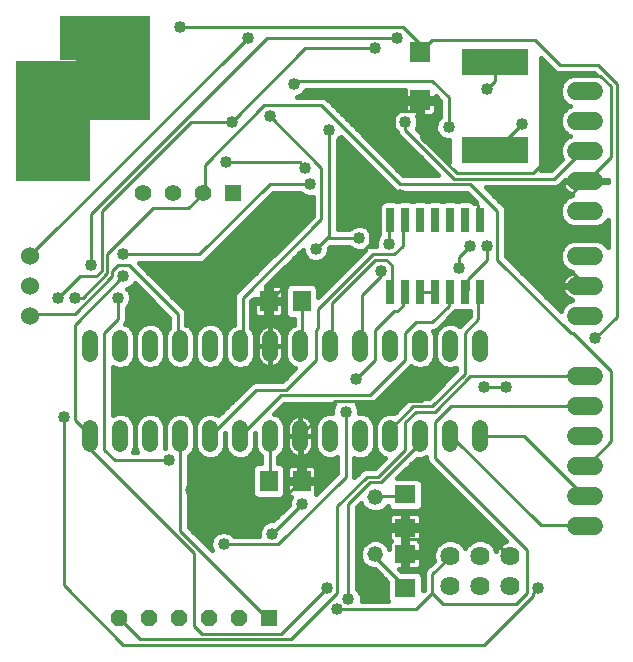
<source format=gbl>
G75*
%MOIN*%
%OFA0B0*%
%FSLAX25Y25*%
%IPPOS*%
%LPD*%
%AMOC8*
5,1,8,0,0,1.08239X$1,22.5*
%
%ADD10R,0.25000X0.40000*%
%ADD11R,0.10000X0.15000*%
%ADD12R,0.25000X0.35000*%
%ADD13R,0.07087X0.06299*%
%ADD14R,0.06299X0.07087*%
%ADD15C,0.05200*%
%ADD16R,0.02600X0.08000*%
%ADD17C,0.06000*%
%ADD18C,0.06400*%
%ADD19C,0.05200*%
%ADD20C,0.05937*%
%ADD21R,0.22047X0.09055*%
%ADD22R,0.06693X0.07087*%
%ADD23OC8,0.05543*%
%ADD24R,0.05543X0.05543*%
%ADD25C,0.05543*%
%ADD26C,0.06000*%
%ADD27C,0.01000*%
%ADD28C,0.04000*%
%ADD29C,0.01600*%
%ADD30R,0.03962X0.03962*%
D10*
X0039300Y0196800D03*
D11*
X0046800Y0224300D03*
D12*
X0059300Y0214300D03*
D13*
X0156800Y0072312D03*
X0156800Y0061288D03*
X0156800Y0052312D03*
X0156800Y0041288D03*
D14*
X0122312Y0076800D03*
X0111288Y0076800D03*
X0111288Y0136800D03*
X0122312Y0136800D03*
D15*
X0121800Y0124400D02*
X0121800Y0119200D01*
X0111800Y0119200D02*
X0111800Y0124400D01*
X0101800Y0124400D02*
X0101800Y0119200D01*
X0091800Y0119200D02*
X0091800Y0124400D01*
X0081800Y0124400D02*
X0081800Y0119200D01*
X0071800Y0119200D02*
X0071800Y0124400D01*
X0061800Y0124400D02*
X0061800Y0119200D01*
X0051800Y0119200D02*
X0051800Y0124400D01*
X0051800Y0094400D02*
X0051800Y0089200D01*
X0061800Y0089200D02*
X0061800Y0094400D01*
X0071800Y0094400D02*
X0071800Y0089200D01*
X0081800Y0089200D02*
X0081800Y0094400D01*
X0091800Y0094400D02*
X0091800Y0089200D01*
X0101800Y0089200D02*
X0101800Y0094400D01*
X0111800Y0094400D02*
X0111800Y0089200D01*
X0121800Y0089200D02*
X0121800Y0094400D01*
X0131800Y0094400D02*
X0131800Y0089200D01*
X0141800Y0089200D02*
X0141800Y0094400D01*
X0151800Y0094400D02*
X0151800Y0089200D01*
X0161800Y0089200D02*
X0161800Y0094400D01*
X0171800Y0094400D02*
X0171800Y0089200D01*
X0181800Y0089200D02*
X0181800Y0094400D01*
X0181800Y0119200D02*
X0181800Y0124400D01*
X0171800Y0124400D02*
X0171800Y0119200D01*
X0161800Y0119200D02*
X0161800Y0124400D01*
X0151800Y0124400D02*
X0151800Y0119200D01*
X0141800Y0119200D02*
X0141800Y0124400D01*
X0131800Y0124400D02*
X0131800Y0119200D01*
D16*
X0151800Y0139700D03*
X0156800Y0139700D03*
X0161800Y0139700D03*
X0166800Y0139700D03*
X0171800Y0139700D03*
X0176800Y0139700D03*
X0181800Y0139700D03*
X0181800Y0163900D03*
X0176800Y0163900D03*
X0171800Y0163900D03*
X0166800Y0163900D03*
X0161800Y0163900D03*
X0156800Y0163900D03*
X0151800Y0163900D03*
D17*
X0213800Y0166800D02*
X0219800Y0166800D01*
X0219800Y0176800D02*
X0213800Y0176800D01*
X0213800Y0186800D02*
X0219800Y0186800D01*
X0219800Y0196800D02*
X0213800Y0196800D01*
X0213800Y0206800D02*
X0219800Y0206800D01*
X0219800Y0151800D02*
X0213800Y0151800D01*
X0213800Y0141800D02*
X0219800Y0141800D01*
X0219800Y0131800D02*
X0213800Y0131800D01*
D18*
X0191800Y0051800D03*
X0191800Y0041800D03*
X0181800Y0041800D03*
X0181800Y0051800D03*
X0171800Y0051800D03*
X0171800Y0041800D03*
D19*
X0146800Y0052300D03*
X0146800Y0071300D03*
D20*
X0213831Y0071800D02*
X0219769Y0071800D01*
X0219769Y0061800D02*
X0213831Y0061800D01*
X0213831Y0081800D02*
X0219769Y0081800D01*
X0219769Y0091800D02*
X0213831Y0091800D01*
X0213831Y0101800D02*
X0219769Y0101800D01*
X0219769Y0111800D02*
X0213831Y0111800D01*
D21*
X0186800Y0187233D03*
X0186800Y0216367D03*
D22*
X0161800Y0219871D03*
X0161800Y0203729D03*
D23*
X0101488Y0031133D03*
X0091488Y0031133D03*
X0081488Y0031133D03*
X0071488Y0031133D03*
X0061488Y0031133D03*
D24*
X0111488Y0031133D03*
X0099359Y0172863D03*
D25*
X0089359Y0172863D03*
X0079359Y0172863D03*
X0069359Y0172863D03*
D26*
X0031800Y0151800D03*
X0031800Y0141800D03*
X0031800Y0131800D03*
D27*
X0043003Y0042099D02*
X0062881Y0022221D01*
X0183052Y0022221D01*
X0199316Y0038485D01*
X0199316Y0039389D01*
X0201123Y0041196D01*
X0197509Y0039389D02*
X0193894Y0035774D01*
X0169499Y0035774D01*
X0165885Y0039389D01*
X0160463Y0033967D01*
X0134261Y0033967D01*
X0137875Y0037581D02*
X0137875Y0069206D01*
X0145103Y0076434D01*
X0148717Y0076434D01*
X0161367Y0089083D01*
X0161367Y0091794D01*
X0161800Y0091800D01*
X0156849Y0096312D02*
X0156849Y0087276D01*
X0147814Y0078241D01*
X0144200Y0078241D01*
X0134261Y0068302D01*
X0134261Y0039389D01*
X0118900Y0024028D01*
X0068302Y0024028D01*
X0061977Y0030353D01*
X0061488Y0031133D01*
X0043003Y0042099D02*
X0043003Y0098119D01*
X0046617Y0097215D02*
X0051135Y0092698D01*
X0051800Y0091800D01*
X0052038Y0091794D01*
X0052038Y0087276D01*
X0086373Y0052942D01*
X0086373Y0028546D01*
X0089083Y0025835D01*
X0115286Y0025835D01*
X0130646Y0041196D01*
X0146007Y0052038D02*
X0146800Y0052300D01*
X0146007Y0052038D02*
X0155946Y0042099D01*
X0156800Y0041288D01*
X0165885Y0039389D02*
X0165885Y0045713D01*
X0171306Y0051135D01*
X0171800Y0051800D01*
X0185763Y0057459D02*
X0191184Y0052038D01*
X0191800Y0051800D01*
X0197509Y0053845D02*
X0197509Y0039389D01*
X0197509Y0053845D02*
X0166788Y0084566D01*
X0166788Y0096312D01*
X0172209Y0101733D01*
X0216483Y0101733D01*
X0216800Y0101800D01*
X0216483Y0111672D02*
X0216800Y0111800D01*
X0216483Y0111672D02*
X0178534Y0111672D01*
X0166788Y0099926D01*
X0160463Y0099926D01*
X0156849Y0096312D01*
X0152331Y0094505D02*
X0152331Y0092698D01*
X0151800Y0091800D01*
X0152331Y0094505D02*
X0159560Y0101733D01*
X0165885Y0101733D01*
X0176727Y0112576D01*
X0176727Y0126129D01*
X0181245Y0130646D01*
X0181245Y0139682D01*
X0181800Y0139700D01*
X0177631Y0140585D02*
X0176800Y0139700D01*
X0177631Y0140585D02*
X0177631Y0144200D01*
X0183956Y0150524D01*
X0183956Y0155042D01*
X0178534Y0155042D02*
X0174920Y0151428D01*
X0174920Y0147814D01*
X0171800Y0139700D02*
X0171306Y0139682D01*
X0171306Y0135164D01*
X0165885Y0129743D01*
X0160463Y0129743D01*
X0156849Y0126129D01*
X0156849Y0117093D01*
X0145103Y0105347D01*
X0115286Y0105347D01*
X0102637Y0092698D01*
X0101800Y0091800D01*
X0111672Y0091794D02*
X0111800Y0091800D01*
X0111672Y0091794D02*
X0111672Y0077337D01*
X0111288Y0076800D01*
X0116190Y0071013D02*
X0088180Y0071013D01*
X0085469Y0073723D01*
X0078241Y0083662D02*
X0060170Y0083662D01*
X0056556Y0087276D01*
X0056556Y0126129D01*
X0061074Y0130646D01*
X0061074Y0137875D01*
X0062881Y0145103D02*
X0046617Y0128839D01*
X0046617Y0097215D01*
X0031800Y0131800D02*
X0032160Y0132454D01*
X0046617Y0132454D01*
X0059267Y0145103D01*
X0059267Y0146910D01*
X0061074Y0148717D01*
X0064688Y0148717D01*
X0080952Y0132454D01*
X0080952Y0122515D01*
X0081800Y0121800D01*
X0101800Y0121800D02*
X0102637Y0122515D01*
X0102637Y0137875D01*
X0128839Y0164078D01*
X0128839Y0181245D01*
X0111672Y0198412D01*
X0109865Y0202026D02*
X0089987Y0182148D01*
X0089987Y0173113D01*
X0089359Y0172863D01*
X0089083Y0172209D01*
X0084566Y0167692D01*
X0072820Y0167692D01*
X0057459Y0152331D01*
X0057459Y0146007D01*
X0049328Y0137875D01*
X0046617Y0137875D01*
X0041196Y0137875D02*
X0048424Y0145103D01*
X0053845Y0145103D01*
X0055652Y0146910D01*
X0055652Y0166788D01*
X0085469Y0196605D01*
X0099022Y0196605D01*
X0123418Y0221001D01*
X0146910Y0221001D01*
X0154139Y0224615D02*
X0110769Y0224615D01*
X0052038Y0165885D01*
X0052038Y0148717D01*
X0062881Y0152331D02*
X0088180Y0152331D01*
X0111672Y0175824D01*
X0125225Y0175824D01*
X0123418Y0181245D02*
X0121611Y0183052D01*
X0097215Y0183052D01*
X0109865Y0202026D02*
X0128839Y0202026D01*
X0155042Y0175824D01*
X0178534Y0175824D01*
X0187570Y0166788D01*
X0187570Y0150524D01*
X0211965Y0126129D01*
X0212869Y0126129D01*
X0225519Y0113479D01*
X0225519Y0089987D01*
X0217387Y0081855D01*
X0216800Y0081800D01*
X0216483Y0071916D02*
X0216800Y0071800D01*
X0216483Y0071916D02*
X0196605Y0091794D01*
X0182148Y0091794D01*
X0181800Y0091800D01*
X0172209Y0091794D02*
X0171800Y0091800D01*
X0172209Y0091794D02*
X0202026Y0061977D01*
X0216483Y0061977D01*
X0216800Y0061800D01*
X0185763Y0057459D02*
X0156849Y0057459D01*
X0156849Y0052942D01*
X0156800Y0052312D01*
X0156849Y0057459D02*
X0156849Y0061074D01*
X0156800Y0061288D01*
X0155946Y0071916D02*
X0146910Y0071916D01*
X0146800Y0071300D01*
X0155946Y0071916D02*
X0156800Y0072312D01*
X0136971Y0078241D02*
X0136971Y0099926D01*
X0133357Y0103540D02*
X0162270Y0103540D01*
X0165885Y0107154D01*
X0183052Y0108058D02*
X0190280Y0108058D01*
X0220097Y0124322D02*
X0227326Y0131550D01*
X0227326Y0209255D01*
X0221001Y0215580D01*
X0208351Y0215580D01*
X0200219Y0223711D01*
X0165885Y0223711D01*
X0163174Y0221001D01*
X0161800Y0219871D01*
X0162270Y0220097D01*
X0163174Y0221001D01*
X0155946Y0228229D01*
X0081855Y0228229D01*
X0104444Y0224615D02*
X0032160Y0152331D01*
X0031800Y0151800D01*
X0081800Y0091800D02*
X0081855Y0091794D01*
X0081855Y0060170D01*
X0110769Y0031257D01*
X0111488Y0031133D01*
X0114383Y0055652D02*
X0096312Y0055652D01*
X0112576Y0059267D02*
X0122515Y0069206D01*
X0116190Y0071013D02*
X0121611Y0076434D01*
X0122312Y0076800D01*
X0122515Y0077337D01*
X0122515Y0091794D01*
X0121800Y0091800D01*
X0122515Y0092698D01*
X0133357Y0103540D01*
X0140585Y0110769D02*
X0146910Y0117093D01*
X0146910Y0127032D01*
X0153235Y0133357D01*
X0154139Y0133357D01*
X0155946Y0135164D01*
X0155946Y0139682D01*
X0156800Y0139700D01*
X0152331Y0140585D02*
X0151800Y0139700D01*
X0152331Y0140585D02*
X0152331Y0148717D01*
X0150524Y0150524D01*
X0146910Y0150524D01*
X0132454Y0136068D01*
X0132454Y0122515D01*
X0131800Y0121800D01*
X0127032Y0117093D02*
X0117093Y0107154D01*
X0107154Y0107154D01*
X0091800Y0091800D01*
X0111800Y0121800D02*
X0111672Y0122515D01*
X0111672Y0136068D01*
X0111288Y0136800D01*
X0111672Y0136971D01*
X0117997Y0143296D01*
X0132454Y0143296D01*
X0145103Y0155946D01*
X0145103Y0165885D01*
X0149621Y0170402D01*
X0155042Y0170402D01*
X0155042Y0172209D01*
X0155042Y0170402D02*
X0179438Y0170402D01*
X0181245Y0168595D01*
X0181245Y0164078D01*
X0181800Y0163900D01*
X0173113Y0177631D02*
X0206544Y0177631D01*
X0216483Y0187570D01*
X0216800Y0186800D01*
X0225519Y0184859D02*
X0217387Y0176727D01*
X0216800Y0176800D01*
X0216483Y0176727D01*
X0208351Y0168595D01*
X0208351Y0149621D01*
X0211965Y0146007D01*
X0212869Y0146007D01*
X0216483Y0142393D01*
X0216800Y0141800D01*
X0199316Y0179438D02*
X0208351Y0188473D01*
X0208351Y0209255D01*
X0211062Y0211965D01*
X0221904Y0211965D01*
X0225519Y0208351D01*
X0225519Y0184859D01*
X0199316Y0179438D02*
X0174017Y0179438D01*
X0162270Y0191184D01*
X0162270Y0200219D01*
X0161800Y0203729D01*
X0162270Y0202930D01*
X0162270Y0200219D01*
X0155042Y0200219D01*
X0153235Y0198412D01*
X0153235Y0183052D01*
X0155042Y0181245D01*
X0156849Y0193894D02*
X0173113Y0177631D01*
X0186800Y0187233D02*
X0187570Y0187570D01*
X0195702Y0195702D01*
X0183956Y0207448D02*
X0186666Y0210158D01*
X0186666Y0215580D01*
X0186800Y0216367D01*
X0171306Y0204737D02*
X0165885Y0210158D01*
X0120707Y0210158D01*
X0119804Y0209255D01*
X0131550Y0193894D02*
X0131550Y0158656D01*
X0130646Y0157753D01*
X0141489Y0157753D01*
X0146007Y0152331D02*
X0127936Y0134261D01*
X0127936Y0127936D01*
X0127032Y0127032D01*
X0127032Y0117093D01*
X0121800Y0121800D02*
X0122515Y0122515D01*
X0122515Y0136068D01*
X0122312Y0136800D01*
X0127032Y0154139D02*
X0130646Y0157753D01*
X0146007Y0152331D02*
X0153235Y0152331D01*
X0155946Y0155042D01*
X0155946Y0163174D01*
X0156800Y0163900D01*
X0151800Y0163900D02*
X0151428Y0163174D01*
X0151428Y0155946D01*
X0148717Y0146910D02*
X0148717Y0145103D01*
X0142393Y0138778D01*
X0142393Y0122515D01*
X0141800Y0121800D01*
X0161800Y0139700D02*
X0162270Y0139682D01*
X0166788Y0139682D01*
X0166800Y0139700D01*
X0156849Y0193894D02*
X0156849Y0196605D01*
X0171306Y0194798D02*
X0171306Y0204737D01*
X0136971Y0078241D02*
X0114383Y0055652D01*
D28*
X0112576Y0059267D03*
X0122515Y0069206D03*
X0130646Y0041196D03*
X0134261Y0033967D03*
X0137875Y0037581D03*
X0096312Y0055652D03*
X0085469Y0073723D03*
X0078241Y0083662D03*
X0043003Y0098119D03*
X0041196Y0137875D03*
X0046617Y0137875D03*
X0052038Y0148717D03*
X0061074Y0137875D03*
X0062881Y0145103D03*
X0062881Y0152331D03*
X0097215Y0183052D03*
X0099022Y0196605D03*
X0111672Y0198412D03*
X0119804Y0209255D03*
X0131550Y0193894D03*
X0123418Y0181245D03*
X0125225Y0175824D03*
X0141489Y0157753D03*
X0151428Y0155946D03*
X0148717Y0146910D03*
X0127032Y0154139D03*
X0155042Y0172209D03*
X0155042Y0181245D03*
X0156849Y0196605D03*
X0171306Y0194798D03*
X0183956Y0207448D03*
X0195702Y0195702D03*
X0183956Y0155042D03*
X0178534Y0155042D03*
X0174920Y0147814D03*
X0140585Y0110769D03*
X0136971Y0099926D03*
X0165885Y0107154D03*
X0183052Y0108058D03*
X0190280Y0108058D03*
X0220097Y0124322D03*
X0201123Y0041196D03*
X0146910Y0221001D03*
X0154139Y0224615D03*
X0104444Y0224615D03*
X0081855Y0228229D03*
D29*
X0120852Y0204926D02*
X0122296Y0205525D01*
X0123534Y0206762D01*
X0123739Y0207258D01*
X0156654Y0207258D01*
X0156654Y0204529D01*
X0161000Y0204529D01*
X0161000Y0202929D01*
X0162600Y0202929D01*
X0162600Y0198386D01*
X0165383Y0198386D01*
X0165841Y0198508D01*
X0166252Y0198745D01*
X0166587Y0199081D01*
X0166824Y0199491D01*
X0166946Y0199949D01*
X0166946Y0202929D01*
X0162600Y0202929D01*
X0162600Y0204529D01*
X0166946Y0204529D01*
X0166946Y0204995D01*
X0168406Y0203536D01*
X0168406Y0198121D01*
X0167576Y0197290D01*
X0166906Y0195673D01*
X0166906Y0193923D01*
X0167576Y0192306D01*
X0168813Y0191068D01*
X0170431Y0190398D01*
X0171602Y0190398D01*
X0171602Y0183243D01*
X0160624Y0194221D01*
X0161249Y0195730D01*
X0161249Y0197480D01*
X0160874Y0198386D01*
X0161000Y0198386D01*
X0161000Y0202929D01*
X0156654Y0202929D01*
X0156654Y0201005D01*
X0155974Y0201005D01*
X0154357Y0200335D01*
X0153119Y0199098D01*
X0152449Y0197480D01*
X0152449Y0195730D01*
X0153119Y0194113D01*
X0153974Y0193258D01*
X0154391Y0192252D01*
X0167919Y0178724D01*
X0156243Y0178724D01*
X0131298Y0203669D01*
X0130482Y0204485D01*
X0129416Y0204926D01*
X0120852Y0204926D01*
X0122054Y0205424D02*
X0156654Y0205424D01*
X0156654Y0207023D02*
X0123642Y0207023D01*
X0131141Y0203826D02*
X0161000Y0203826D01*
X0161000Y0202227D02*
X0162600Y0202227D01*
X0162600Y0200629D02*
X0161000Y0200629D01*
X0161000Y0199030D02*
X0162600Y0199030D01*
X0161249Y0197432D02*
X0167717Y0197432D01*
X0168406Y0199030D02*
X0166537Y0199030D01*
X0166946Y0200629D02*
X0168406Y0200629D01*
X0168406Y0202227D02*
X0166946Y0202227D01*
X0168116Y0203826D02*
X0162600Y0203826D01*
X0156654Y0202227D02*
X0132740Y0202227D01*
X0134338Y0200629D02*
X0155066Y0200629D01*
X0153091Y0199030D02*
X0135937Y0199030D01*
X0137535Y0197432D02*
X0152449Y0197432D01*
X0152449Y0195833D02*
X0139134Y0195833D01*
X0140732Y0194235D02*
X0153069Y0194235D01*
X0154231Y0192636D02*
X0142331Y0192636D01*
X0143929Y0191038D02*
X0155605Y0191038D01*
X0157203Y0189439D02*
X0145528Y0189439D01*
X0147126Y0187841D02*
X0158802Y0187841D01*
X0160400Y0186242D02*
X0148725Y0186242D01*
X0150323Y0184644D02*
X0161999Y0184644D01*
X0163597Y0183045D02*
X0151922Y0183045D01*
X0153520Y0181447D02*
X0165196Y0181447D01*
X0166794Y0179848D02*
X0155119Y0179848D01*
X0151712Y0175053D02*
X0134450Y0175053D01*
X0134450Y0176651D02*
X0150113Y0176651D01*
X0148515Y0178250D02*
X0134450Y0178250D01*
X0134450Y0179848D02*
X0146916Y0179848D01*
X0145318Y0181447D02*
X0134450Y0181447D01*
X0134450Y0183045D02*
X0143719Y0183045D01*
X0142121Y0184644D02*
X0134450Y0184644D01*
X0134450Y0186242D02*
X0140522Y0186242D01*
X0138924Y0187841D02*
X0134450Y0187841D01*
X0134450Y0189439D02*
X0137325Y0189439D01*
X0135727Y0191038D02*
X0134916Y0191038D01*
X0135280Y0191402D02*
X0135304Y0191460D01*
X0153399Y0173365D01*
X0154465Y0172924D01*
X0177333Y0172924D01*
X0180557Y0169700D01*
X0180263Y0169700D01*
X0179814Y0169580D01*
X0179459Y0169935D01*
X0178577Y0170300D01*
X0175023Y0170300D01*
X0174300Y0170001D01*
X0173577Y0170300D01*
X0170023Y0170300D01*
X0169300Y0170001D01*
X0168577Y0170300D01*
X0165023Y0170300D01*
X0164300Y0170001D01*
X0163577Y0170300D01*
X0160023Y0170300D01*
X0159300Y0170001D01*
X0158577Y0170300D01*
X0155023Y0170300D01*
X0154300Y0170001D01*
X0153577Y0170300D01*
X0150023Y0170300D01*
X0149141Y0169935D01*
X0148465Y0169259D01*
X0148100Y0168377D01*
X0148100Y0159423D01*
X0148271Y0159011D01*
X0147698Y0158438D01*
X0147028Y0156821D01*
X0147028Y0155231D01*
X0145430Y0155231D01*
X0145021Y0155062D01*
X0145219Y0155260D01*
X0145889Y0156878D01*
X0145889Y0158628D01*
X0145219Y0160245D01*
X0143981Y0161483D01*
X0142364Y0162153D01*
X0140614Y0162153D01*
X0138997Y0161483D01*
X0138166Y0160653D01*
X0134450Y0160653D01*
X0134450Y0190572D01*
X0135280Y0191402D01*
X0134450Y0173454D02*
X0153310Y0173454D01*
X0153681Y0170257D02*
X0154919Y0170257D01*
X0158681Y0170257D02*
X0159919Y0170257D01*
X0163681Y0170257D02*
X0164919Y0170257D01*
X0168681Y0170257D02*
X0169919Y0170257D01*
X0173681Y0170257D02*
X0174919Y0170257D01*
X0178681Y0170257D02*
X0180000Y0170257D01*
X0178401Y0171856D02*
X0134450Y0171856D01*
X0134450Y0170257D02*
X0149919Y0170257D01*
X0148216Y0168659D02*
X0134450Y0168659D01*
X0134450Y0167060D02*
X0148100Y0167060D01*
X0148100Y0165462D02*
X0134450Y0165462D01*
X0134450Y0163863D02*
X0148100Y0163863D01*
X0148100Y0162265D02*
X0134450Y0162265D01*
X0134450Y0160666D02*
X0138180Y0160666D01*
X0138166Y0154853D02*
X0131848Y0154853D01*
X0131432Y0154437D01*
X0131432Y0153263D01*
X0130762Y0151646D01*
X0129525Y0150408D01*
X0127907Y0149739D01*
X0126157Y0149739D01*
X0124540Y0150408D01*
X0123302Y0151646D01*
X0122632Y0153263D01*
X0122632Y0153769D01*
X0110513Y0141650D01*
X0110513Y0137575D01*
X0110513Y0136025D01*
X0106339Y0136025D01*
X0106339Y0133020D01*
X0106461Y0132562D01*
X0106698Y0132151D01*
X0107033Y0131816D01*
X0107444Y0131579D01*
X0107902Y0131457D01*
X0110513Y0131457D01*
X0110513Y0136025D01*
X0112063Y0136025D01*
X0112063Y0131457D01*
X0114675Y0131457D01*
X0115133Y0131579D01*
X0115543Y0131816D01*
X0115878Y0132151D01*
X0116115Y0132562D01*
X0116238Y0133020D01*
X0116238Y0136025D01*
X0112063Y0136025D01*
X0112063Y0137575D01*
X0110513Y0137575D01*
X0106438Y0137575D01*
X0105537Y0136674D01*
X0105537Y0127734D01*
X0106039Y0127232D01*
X0106800Y0125395D01*
X0106800Y0118205D01*
X0106039Y0116368D01*
X0104632Y0114961D01*
X0102795Y0114200D01*
X0100805Y0114200D01*
X0098968Y0114961D01*
X0097561Y0116368D01*
X0096800Y0118205D01*
X0096800Y0125395D01*
X0096039Y0127232D01*
X0094632Y0128639D01*
X0092795Y0129400D01*
X0090805Y0129400D01*
X0088968Y0128639D01*
X0087561Y0127232D01*
X0086800Y0125395D01*
X0086800Y0118205D01*
X0087561Y0116368D01*
X0088968Y0114961D01*
X0090805Y0114200D01*
X0092795Y0114200D01*
X0094632Y0114961D01*
X0096039Y0116368D01*
X0096800Y0118205D01*
X0096800Y0125395D01*
X0097561Y0127232D01*
X0098968Y0128639D01*
X0099737Y0128957D01*
X0099737Y0138452D01*
X0100178Y0139518D01*
X0100994Y0140333D01*
X0125939Y0165279D01*
X0125939Y0171424D01*
X0124350Y0171424D01*
X0122733Y0172093D01*
X0121903Y0172924D01*
X0112873Y0172924D01*
X0090638Y0150689D01*
X0089823Y0149873D01*
X0088757Y0149431D01*
X0068075Y0149431D01*
X0083410Y0134096D01*
X0083852Y0133030D01*
X0083852Y0128962D01*
X0084632Y0128639D01*
X0086039Y0127232D01*
X0086800Y0125395D01*
X0086800Y0118205D01*
X0086039Y0116368D01*
X0084632Y0114961D01*
X0082795Y0114200D01*
X0080805Y0114200D01*
X0078968Y0114961D01*
X0077561Y0116368D01*
X0076800Y0118205D01*
X0076800Y0125395D01*
X0076039Y0127232D01*
X0074632Y0128639D01*
X0072795Y0129400D01*
X0070805Y0129400D01*
X0068968Y0128639D01*
X0067561Y0127232D01*
X0066800Y0125395D01*
X0066800Y0118205D01*
X0067561Y0116368D01*
X0068968Y0114961D01*
X0070805Y0114200D01*
X0072795Y0114200D01*
X0074632Y0114961D01*
X0076039Y0116368D01*
X0076800Y0118205D01*
X0076800Y0125395D01*
X0077561Y0127232D01*
X0078052Y0127723D01*
X0078052Y0131252D01*
X0066635Y0142669D01*
X0066611Y0142611D01*
X0065373Y0141373D01*
X0064259Y0140912D01*
X0064804Y0140367D01*
X0065474Y0138750D01*
X0065474Y0137000D01*
X0064804Y0135382D01*
X0063974Y0134552D01*
X0063974Y0130070D01*
X0063564Y0129081D01*
X0064632Y0128639D01*
X0066039Y0127232D01*
X0066800Y0125395D01*
X0066800Y0118205D01*
X0066039Y0116368D01*
X0064632Y0114961D01*
X0062795Y0114200D01*
X0060805Y0114200D01*
X0059456Y0114759D01*
X0059456Y0098841D01*
X0060805Y0099400D01*
X0062795Y0099400D01*
X0064632Y0098639D01*
X0066039Y0097232D01*
X0066800Y0095395D01*
X0066800Y0088205D01*
X0066119Y0086562D01*
X0067481Y0086562D01*
X0066800Y0088205D01*
X0066800Y0095395D01*
X0067561Y0097232D01*
X0068968Y0098639D01*
X0070805Y0099400D01*
X0072795Y0099400D01*
X0074632Y0098639D01*
X0076039Y0097232D01*
X0076800Y0095395D01*
X0076800Y0088205D01*
X0076611Y0087750D01*
X0076933Y0087883D01*
X0076800Y0088205D01*
X0076800Y0095395D01*
X0077561Y0097232D01*
X0078968Y0098639D01*
X0080805Y0099400D01*
X0082795Y0099400D01*
X0084632Y0098639D01*
X0086039Y0097232D01*
X0086800Y0095395D01*
X0086800Y0088205D01*
X0086039Y0086368D01*
X0084755Y0085084D01*
X0084755Y0061371D01*
X0092310Y0053817D01*
X0091912Y0054777D01*
X0091912Y0056528D01*
X0092582Y0058145D01*
X0093819Y0059382D01*
X0095437Y0060052D01*
X0097187Y0060052D01*
X0098804Y0059382D01*
X0099634Y0058552D01*
X0108176Y0058552D01*
X0108176Y0060142D01*
X0108845Y0061759D01*
X0110083Y0062997D01*
X0111700Y0063667D01*
X0112874Y0063667D01*
X0118115Y0068907D01*
X0118115Y0070081D01*
X0118709Y0071515D01*
X0118467Y0071579D01*
X0118057Y0071816D01*
X0117722Y0072151D01*
X0117485Y0072562D01*
X0117362Y0073020D01*
X0117362Y0076025D01*
X0121537Y0076025D01*
X0121537Y0077575D01*
X0121537Y0082143D01*
X0118925Y0082143D01*
X0118467Y0082021D01*
X0118057Y0081784D01*
X0117722Y0081449D01*
X0117485Y0081038D01*
X0117362Y0080580D01*
X0117362Y0077575D01*
X0121537Y0077575D01*
X0123087Y0077575D01*
X0127261Y0077575D01*
X0127261Y0080580D01*
X0127139Y0081038D01*
X0126902Y0081449D01*
X0126567Y0081784D01*
X0126156Y0082021D01*
X0125698Y0082143D01*
X0123087Y0082143D01*
X0123087Y0077575D01*
X0123087Y0076025D01*
X0127261Y0076025D01*
X0127261Y0073020D01*
X0127139Y0072562D01*
X0127067Y0072438D01*
X0134071Y0079442D01*
X0134071Y0084729D01*
X0132795Y0084200D01*
X0130805Y0084200D01*
X0128968Y0084961D01*
X0127561Y0086368D01*
X0126800Y0088205D01*
X0126800Y0095395D01*
X0127561Y0097232D01*
X0128968Y0098639D01*
X0130805Y0099400D01*
X0132571Y0099400D01*
X0132571Y0100801D01*
X0133241Y0102418D01*
X0133270Y0102447D01*
X0116487Y0102447D01*
X0113251Y0099211D01*
X0114632Y0098639D01*
X0116039Y0097232D01*
X0116800Y0095395D01*
X0116800Y0088205D01*
X0116039Y0086368D01*
X0114632Y0084961D01*
X0114572Y0084936D01*
X0114572Y0082743D01*
X0114915Y0082743D01*
X0115797Y0082378D01*
X0116472Y0081703D01*
X0116838Y0080821D01*
X0116838Y0072779D01*
X0116472Y0071897D01*
X0115797Y0071222D01*
X0114915Y0070857D01*
X0107661Y0070857D01*
X0106779Y0071222D01*
X0106104Y0071897D01*
X0105739Y0072779D01*
X0105739Y0080821D01*
X0106104Y0081703D01*
X0106779Y0082378D01*
X0107661Y0082743D01*
X0108772Y0082743D01*
X0108772Y0085157D01*
X0107561Y0086368D01*
X0106800Y0088205D01*
X0106800Y0092760D01*
X0106800Y0092760D01*
X0106800Y0088205D01*
X0106039Y0086368D01*
X0104632Y0084961D01*
X0102795Y0084200D01*
X0100805Y0084200D01*
X0098968Y0084961D01*
X0097561Y0086368D01*
X0096800Y0088205D01*
X0096800Y0092699D01*
X0096800Y0092699D01*
X0096800Y0088205D01*
X0096039Y0086368D01*
X0094632Y0084961D01*
X0092795Y0084200D01*
X0090805Y0084200D01*
X0088968Y0084961D01*
X0087561Y0086368D01*
X0086800Y0088205D01*
X0086800Y0095395D01*
X0087561Y0097232D01*
X0088968Y0098639D01*
X0090805Y0099400D01*
X0092795Y0099400D01*
X0094565Y0098667D01*
X0105512Y0109613D01*
X0106577Y0110054D01*
X0115892Y0110054D01*
X0120263Y0114425D01*
X0118968Y0114961D01*
X0117561Y0116368D01*
X0116800Y0118205D01*
X0116800Y0125395D01*
X0117561Y0127232D01*
X0118968Y0128639D01*
X0119615Y0128907D01*
X0119615Y0130857D01*
X0118685Y0130857D01*
X0117803Y0131222D01*
X0117128Y0131897D01*
X0116762Y0132779D01*
X0116762Y0140821D01*
X0117128Y0141703D01*
X0117803Y0142378D01*
X0118685Y0142743D01*
X0125939Y0142743D01*
X0126821Y0142378D01*
X0127496Y0141703D01*
X0127861Y0140821D01*
X0127861Y0138287D01*
X0143325Y0153751D01*
X0142364Y0153353D01*
X0140614Y0153353D01*
X0138997Y0154023D01*
X0138166Y0154853D01*
X0138747Y0154272D02*
X0131432Y0154272D01*
X0131188Y0152673D02*
X0142247Y0152673D01*
X0140649Y0151075D02*
X0130191Y0151075D01*
X0135853Y0146279D02*
X0115142Y0146279D01*
X0113544Y0144681D02*
X0134255Y0144681D01*
X0132656Y0143082D02*
X0111945Y0143082D01*
X0112063Y0142143D02*
X0112063Y0137575D01*
X0116238Y0137575D01*
X0116238Y0140580D01*
X0116115Y0141038D01*
X0115878Y0141449D01*
X0115543Y0141784D01*
X0115133Y0142021D01*
X0114675Y0142143D01*
X0112063Y0142143D01*
X0112063Y0141484D02*
X0110513Y0141484D01*
X0110513Y0139885D02*
X0112063Y0139885D01*
X0112063Y0138287D02*
X0110513Y0138287D01*
X0110513Y0136688D02*
X0105551Y0136688D01*
X0105537Y0135090D02*
X0106339Y0135090D01*
X0106339Y0133491D02*
X0105537Y0133491D01*
X0105537Y0131893D02*
X0106957Y0131893D01*
X0105537Y0130294D02*
X0119615Y0130294D01*
X0119105Y0128696D02*
X0112804Y0128696D01*
X0112830Y0128692D02*
X0112146Y0128800D01*
X0111800Y0128800D01*
X0111800Y0121800D01*
X0116200Y0121800D01*
X0116200Y0124746D01*
X0116092Y0125430D01*
X0115878Y0126089D01*
X0115563Y0126706D01*
X0115156Y0127266D01*
X0114666Y0127756D01*
X0114106Y0128163D01*
X0113489Y0128478D01*
X0112830Y0128692D01*
X0111800Y0128696D02*
X0111800Y0128696D01*
X0111800Y0128800D02*
X0111454Y0128800D01*
X0110770Y0128692D01*
X0110111Y0128478D01*
X0109494Y0128163D01*
X0108934Y0127756D01*
X0108444Y0127266D01*
X0108037Y0126706D01*
X0107722Y0126089D01*
X0107508Y0125430D01*
X0107400Y0124746D01*
X0107400Y0121800D01*
X0111800Y0121800D01*
X0111800Y0121800D01*
X0111800Y0121800D01*
X0116200Y0121800D01*
X0116200Y0118854D01*
X0116092Y0118170D01*
X0115878Y0117511D01*
X0115563Y0116894D01*
X0115156Y0116334D01*
X0114666Y0115844D01*
X0114106Y0115437D01*
X0113489Y0115122D01*
X0112830Y0114908D01*
X0112146Y0114800D01*
X0111800Y0114800D01*
X0111800Y0121800D01*
X0111800Y0121800D01*
X0111800Y0121800D01*
X0111800Y0128800D01*
X0110796Y0128696D02*
X0105537Y0128696D01*
X0106095Y0127097D02*
X0108321Y0127097D01*
X0107531Y0125499D02*
X0106757Y0125499D01*
X0106800Y0123900D02*
X0107400Y0123900D01*
X0107400Y0122302D02*
X0106800Y0122302D01*
X0107400Y0121800D02*
X0107400Y0118854D01*
X0107508Y0118170D01*
X0107722Y0117511D01*
X0108037Y0116894D01*
X0108444Y0116334D01*
X0108934Y0115844D01*
X0109494Y0115437D01*
X0110111Y0115122D01*
X0110770Y0114908D01*
X0111454Y0114800D01*
X0111800Y0114800D01*
X0111800Y0121800D01*
X0107400Y0121800D01*
X0107400Y0120703D02*
X0106800Y0120703D01*
X0106800Y0119105D02*
X0107400Y0119105D01*
X0107725Y0117506D02*
X0106510Y0117506D01*
X0105579Y0115908D02*
X0108870Y0115908D01*
X0111800Y0115908D02*
X0111800Y0115908D01*
X0111800Y0117506D02*
X0111800Y0117506D01*
X0111800Y0119105D02*
X0111800Y0119105D01*
X0111800Y0120703D02*
X0111800Y0120703D01*
X0111800Y0122302D02*
X0111800Y0122302D01*
X0111800Y0123900D02*
X0111800Y0123900D01*
X0111800Y0125499D02*
X0111800Y0125499D01*
X0111800Y0127097D02*
X0111800Y0127097D01*
X0115279Y0127097D02*
X0117505Y0127097D01*
X0116843Y0125499D02*
X0116069Y0125499D01*
X0116200Y0123900D02*
X0116800Y0123900D01*
X0116800Y0122302D02*
X0116200Y0122302D01*
X0116200Y0120703D02*
X0116800Y0120703D01*
X0116800Y0119105D02*
X0116200Y0119105D01*
X0115875Y0117506D02*
X0117090Y0117506D01*
X0118021Y0115908D02*
X0114730Y0115908D01*
X0118548Y0112711D02*
X0059456Y0112711D01*
X0059456Y0114309D02*
X0060542Y0114309D01*
X0063058Y0114309D02*
X0070542Y0114309D01*
X0073058Y0114309D02*
X0080542Y0114309D01*
X0083058Y0114309D02*
X0090542Y0114309D01*
X0093058Y0114309D02*
X0100542Y0114309D01*
X0103058Y0114309D02*
X0120147Y0114309D01*
X0116950Y0111112D02*
X0059456Y0111112D01*
X0059456Y0109514D02*
X0105412Y0109514D01*
X0103814Y0107915D02*
X0059456Y0107915D01*
X0059456Y0106317D02*
X0102215Y0106317D01*
X0100617Y0104718D02*
X0059456Y0104718D01*
X0059456Y0103120D02*
X0099018Y0103120D01*
X0097420Y0101521D02*
X0059456Y0101521D01*
X0059456Y0099923D02*
X0095821Y0099923D01*
X0088653Y0098324D02*
X0084947Y0098324D01*
X0086249Y0096726D02*
X0087351Y0096726D01*
X0086800Y0095127D02*
X0086800Y0095127D01*
X0086800Y0093529D02*
X0086800Y0093529D01*
X0086800Y0091930D02*
X0086800Y0091930D01*
X0086800Y0090332D02*
X0086800Y0090332D01*
X0086800Y0088733D02*
X0086800Y0088733D01*
X0086356Y0087134D02*
X0087244Y0087134D01*
X0088393Y0085536D02*
X0085207Y0085536D01*
X0084755Y0083937D02*
X0108772Y0083937D01*
X0108393Y0085536D02*
X0105207Y0085536D01*
X0106356Y0087134D02*
X0107244Y0087134D01*
X0106800Y0088733D02*
X0106800Y0088733D01*
X0106800Y0090332D02*
X0106800Y0090332D01*
X0106800Y0091930D02*
X0106800Y0091930D01*
X0098393Y0085536D02*
X0095207Y0085536D01*
X0096356Y0087134D02*
X0097244Y0087134D01*
X0096800Y0088733D02*
X0096800Y0088733D01*
X0096800Y0090332D02*
X0096800Y0090332D01*
X0096800Y0091930D02*
X0096800Y0091930D01*
X0106740Y0082339D02*
X0084755Y0082339D01*
X0084755Y0080740D02*
X0105739Y0080740D01*
X0105739Y0079142D02*
X0084755Y0079142D01*
X0084755Y0077543D02*
X0105739Y0077543D01*
X0105739Y0075945D02*
X0084755Y0075945D01*
X0084755Y0074346D02*
X0105739Y0074346D01*
X0105752Y0072748D02*
X0084755Y0072748D01*
X0084755Y0071149D02*
X0106955Y0071149D01*
X0115622Y0071149D02*
X0118557Y0071149D01*
X0118115Y0069551D02*
X0084755Y0069551D01*
X0084755Y0067952D02*
X0117160Y0067952D01*
X0115562Y0066354D02*
X0084755Y0066354D01*
X0084755Y0064755D02*
X0113963Y0064755D01*
X0110470Y0063157D02*
X0084755Y0063157D01*
X0084755Y0061558D02*
X0108762Y0061558D01*
X0108176Y0059960D02*
X0097410Y0059960D01*
X0095213Y0059960D02*
X0086167Y0059960D01*
X0087765Y0058361D02*
X0092798Y0058361D01*
X0092009Y0056763D02*
X0089364Y0056763D01*
X0090962Y0055164D02*
X0091912Y0055164D01*
X0116825Y0072748D02*
X0117435Y0072748D01*
X0117362Y0074346D02*
X0116838Y0074346D01*
X0116838Y0075945D02*
X0117362Y0075945D01*
X0116838Y0077543D02*
X0121537Y0077543D01*
X0123087Y0077543D02*
X0132173Y0077543D01*
X0133771Y0079142D02*
X0127261Y0079142D01*
X0127218Y0080740D02*
X0134071Y0080740D01*
X0134071Y0082339D02*
X0115836Y0082339D01*
X0116838Y0080740D02*
X0117405Y0080740D01*
X0117362Y0079142D02*
X0116838Y0079142D01*
X0121537Y0079142D02*
X0123087Y0079142D01*
X0123087Y0080740D02*
X0121537Y0080740D01*
X0121454Y0084800D02*
X0121800Y0084800D01*
X0122146Y0084800D01*
X0122830Y0084908D01*
X0123489Y0085122D01*
X0124106Y0085437D01*
X0124666Y0085844D01*
X0125156Y0086334D01*
X0125563Y0086894D01*
X0125878Y0087511D01*
X0126092Y0088170D01*
X0126200Y0088854D01*
X0126200Y0091800D01*
X0126200Y0094746D01*
X0126092Y0095430D01*
X0125878Y0096089D01*
X0125563Y0096706D01*
X0125156Y0097266D01*
X0124666Y0097756D01*
X0124106Y0098163D01*
X0123489Y0098478D01*
X0122830Y0098692D01*
X0122146Y0098800D01*
X0121800Y0098800D01*
X0121800Y0091800D01*
X0126200Y0091800D01*
X0121800Y0091800D01*
X0121800Y0091800D01*
X0121800Y0091800D01*
X0121800Y0084800D01*
X0121800Y0091800D01*
X0121800Y0091800D01*
X0121800Y0091800D01*
X0117400Y0091800D01*
X0117400Y0094746D01*
X0117508Y0095430D01*
X0117722Y0096089D01*
X0118037Y0096706D01*
X0118444Y0097266D01*
X0118934Y0097756D01*
X0119494Y0098163D01*
X0120111Y0098478D01*
X0120770Y0098692D01*
X0121454Y0098800D01*
X0121800Y0098800D01*
X0121800Y0091800D01*
X0117400Y0091800D01*
X0117400Y0088854D01*
X0117508Y0088170D01*
X0117722Y0087511D01*
X0118037Y0086894D01*
X0118444Y0086334D01*
X0118934Y0085844D01*
X0119494Y0085437D01*
X0120111Y0085122D01*
X0120770Y0084908D01*
X0121454Y0084800D01*
X0121800Y0085536D02*
X0121800Y0085536D01*
X0121800Y0087134D02*
X0121800Y0087134D01*
X0121800Y0088733D02*
X0121800Y0088733D01*
X0121800Y0090332D02*
X0121800Y0090332D01*
X0121800Y0091930D02*
X0121800Y0091930D01*
X0121800Y0093529D02*
X0121800Y0093529D01*
X0121800Y0095127D02*
X0121800Y0095127D01*
X0121800Y0096726D02*
X0121800Y0096726D01*
X0121800Y0098324D02*
X0121800Y0098324D01*
X0119810Y0098324D02*
X0114947Y0098324D01*
X0113963Y0099923D02*
X0132571Y0099923D01*
X0132869Y0101521D02*
X0115561Y0101521D01*
X0116249Y0096726D02*
X0118051Y0096726D01*
X0117460Y0095127D02*
X0116800Y0095127D01*
X0116800Y0093529D02*
X0117400Y0093529D01*
X0117400Y0091930D02*
X0116800Y0091930D01*
X0116800Y0090332D02*
X0117400Y0090332D01*
X0117419Y0088733D02*
X0116800Y0088733D01*
X0116356Y0087134D02*
X0117914Y0087134D01*
X0119357Y0085536D02*
X0115207Y0085536D01*
X0114572Y0083937D02*
X0134071Y0083937D01*
X0128393Y0085536D02*
X0124243Y0085536D01*
X0125686Y0087134D02*
X0127244Y0087134D01*
X0126800Y0088733D02*
X0126181Y0088733D01*
X0126200Y0090332D02*
X0126800Y0090332D01*
X0126800Y0091930D02*
X0126200Y0091930D01*
X0126200Y0093529D02*
X0126800Y0093529D01*
X0126800Y0095127D02*
X0126140Y0095127D01*
X0125549Y0096726D02*
X0127351Y0096726D01*
X0128653Y0098324D02*
X0123790Y0098324D01*
X0140673Y0102447D02*
X0145680Y0102447D01*
X0146746Y0102889D01*
X0147562Y0103705D01*
X0158893Y0115036D01*
X0158968Y0114961D01*
X0160805Y0114200D01*
X0162795Y0114200D01*
X0164632Y0114961D01*
X0166039Y0116368D01*
X0166800Y0118205D01*
X0167561Y0116368D01*
X0168968Y0114961D01*
X0170805Y0114200D01*
X0172795Y0114200D01*
X0173827Y0114628D01*
X0173827Y0113777D01*
X0164683Y0104633D01*
X0158983Y0104633D01*
X0157917Y0104192D01*
X0153029Y0099303D01*
X0152795Y0099400D01*
X0150805Y0099400D01*
X0148968Y0098639D01*
X0147561Y0097232D01*
X0146800Y0095395D01*
X0146800Y0088205D01*
X0147561Y0086368D01*
X0148968Y0084961D01*
X0150004Y0084532D01*
X0146613Y0081141D01*
X0143623Y0081141D01*
X0142557Y0080699D01*
X0139871Y0078014D01*
X0139871Y0084587D01*
X0140805Y0084200D01*
X0142795Y0084200D01*
X0144632Y0084961D01*
X0146039Y0086368D01*
X0146800Y0088205D01*
X0146800Y0095395D01*
X0146039Y0097232D01*
X0144632Y0098639D01*
X0142795Y0099400D01*
X0141371Y0099400D01*
X0141371Y0100801D01*
X0140701Y0102418D01*
X0140673Y0102447D01*
X0141073Y0101521D02*
X0155247Y0101521D01*
X0156845Y0103120D02*
X0146977Y0103120D01*
X0148575Y0104718D02*
X0164768Y0104718D01*
X0166367Y0106317D02*
X0150174Y0106317D01*
X0151772Y0107915D02*
X0167966Y0107915D01*
X0169564Y0109514D02*
X0153371Y0109514D01*
X0154969Y0111112D02*
X0171163Y0111112D01*
X0172761Y0112711D02*
X0156568Y0112711D01*
X0158166Y0114309D02*
X0160542Y0114309D01*
X0163058Y0114309D02*
X0170542Y0114309D01*
X0173058Y0114309D02*
X0173827Y0114309D01*
X0168021Y0115908D02*
X0165579Y0115908D01*
X0166510Y0117506D02*
X0167090Y0117506D01*
X0166800Y0118205D02*
X0166800Y0125395D01*
X0167561Y0127232D01*
X0168968Y0128639D01*
X0170805Y0129400D01*
X0172795Y0129400D01*
X0174632Y0128639D01*
X0174884Y0128387D01*
X0175084Y0128587D01*
X0178345Y0131848D01*
X0178345Y0133300D01*
X0175023Y0133300D01*
X0174300Y0133599D01*
X0173577Y0133300D01*
X0173543Y0133300D01*
X0168343Y0128100D01*
X0167527Y0127284D01*
X0166461Y0126843D01*
X0166200Y0126843D01*
X0166800Y0125395D01*
X0166800Y0118205D01*
X0166800Y0119105D02*
X0166800Y0119105D01*
X0166800Y0120703D02*
X0166800Y0120703D01*
X0166800Y0122302D02*
X0166800Y0122302D01*
X0166800Y0123900D02*
X0166800Y0123900D01*
X0166757Y0125499D02*
X0166843Y0125499D01*
X0167076Y0127097D02*
X0167505Y0127097D01*
X0168939Y0128696D02*
X0169105Y0128696D01*
X0170537Y0130294D02*
X0176792Y0130294D01*
X0178345Y0131893D02*
X0172136Y0131893D01*
X0174039Y0133491D02*
X0174561Y0133491D01*
X0174495Y0128696D02*
X0175193Y0128696D01*
X0194317Y0147878D02*
X0210085Y0147878D01*
X0210741Y0147222D02*
X0212593Y0146455D01*
X0211957Y0146248D01*
X0211284Y0145905D01*
X0210673Y0145461D01*
X0210139Y0144927D01*
X0209695Y0144316D01*
X0209352Y0143643D01*
X0209118Y0142924D01*
X0209000Y0142178D01*
X0209000Y0142000D01*
X0216600Y0142000D01*
X0216600Y0141600D01*
X0209000Y0141600D01*
X0209000Y0141422D01*
X0209118Y0140676D01*
X0209352Y0139957D01*
X0209695Y0139284D01*
X0210139Y0138673D01*
X0210673Y0138139D01*
X0211284Y0137695D01*
X0211957Y0137352D01*
X0212593Y0137145D01*
X0210741Y0136378D01*
X0209222Y0134859D01*
X0208670Y0133525D01*
X0190470Y0151726D01*
X0190470Y0167365D01*
X0190028Y0168431D01*
X0183728Y0174731D01*
X0207121Y0174731D01*
X0208187Y0175172D01*
X0209060Y0176045D01*
X0209118Y0175676D01*
X0209352Y0174957D01*
X0209695Y0174284D01*
X0210139Y0173673D01*
X0210673Y0173139D01*
X0211284Y0172695D01*
X0211957Y0172352D01*
X0212593Y0172145D01*
X0210741Y0171378D01*
X0209222Y0169859D01*
X0208400Y0167874D01*
X0208400Y0165726D01*
X0209222Y0163741D01*
X0210741Y0162222D01*
X0212726Y0161400D01*
X0220874Y0161400D01*
X0222859Y0162222D01*
X0224378Y0163741D01*
X0224426Y0163856D01*
X0224426Y0154744D01*
X0224378Y0154859D01*
X0222859Y0156378D01*
X0220874Y0157200D01*
X0212726Y0157200D01*
X0210741Y0156378D01*
X0209222Y0154859D01*
X0208400Y0152874D01*
X0208400Y0150726D01*
X0209222Y0148741D01*
X0210741Y0147222D01*
X0212053Y0146279D02*
X0195916Y0146279D01*
X0197514Y0144681D02*
X0209960Y0144681D01*
X0209170Y0143082D02*
X0199113Y0143082D01*
X0200711Y0141484D02*
X0209000Y0141484D01*
X0209388Y0139885D02*
X0202310Y0139885D01*
X0203908Y0138287D02*
X0210525Y0138287D01*
X0211491Y0136688D02*
X0205507Y0136688D01*
X0207105Y0135090D02*
X0209453Y0135090D01*
X0208918Y0149476D02*
X0192719Y0149476D01*
X0191120Y0151075D02*
X0208400Y0151075D01*
X0208400Y0152673D02*
X0190470Y0152673D01*
X0190470Y0154272D02*
X0208979Y0154272D01*
X0210234Y0155870D02*
X0190470Y0155870D01*
X0190470Y0157469D02*
X0224426Y0157469D01*
X0224426Y0159068D02*
X0190470Y0159068D01*
X0190470Y0160666D02*
X0224426Y0160666D01*
X0224426Y0162265D02*
X0222901Y0162265D01*
X0223366Y0155870D02*
X0224426Y0155870D01*
X0210699Y0162265D02*
X0190470Y0162265D01*
X0190470Y0163863D02*
X0209172Y0163863D01*
X0208509Y0165462D02*
X0190470Y0165462D01*
X0190470Y0167060D02*
X0208400Y0167060D01*
X0208725Y0168659D02*
X0189801Y0168659D01*
X0188202Y0170257D02*
X0209620Y0170257D01*
X0211894Y0171856D02*
X0186603Y0171856D01*
X0185005Y0173454D02*
X0210358Y0173454D01*
X0209321Y0175053D02*
X0207898Y0175053D01*
X0209615Y0176600D02*
X0210015Y0177000D01*
X0216600Y0177000D01*
X0216600Y0176600D01*
X0209615Y0176600D01*
X0209666Y0176651D02*
X0216600Y0176651D01*
X0217000Y0176651D02*
X0224426Y0176651D01*
X0224426Y0176600D02*
X0217000Y0176600D01*
X0217000Y0177000D01*
X0224426Y0177000D01*
X0224426Y0176600D01*
X0209026Y0184214D02*
X0205343Y0180531D01*
X0201998Y0180531D01*
X0201998Y0217831D01*
X0206708Y0213121D01*
X0207774Y0212680D01*
X0219800Y0212680D01*
X0220279Y0212200D01*
X0212726Y0212200D01*
X0210741Y0211378D01*
X0209222Y0209859D01*
X0208400Y0207874D01*
X0208400Y0205726D01*
X0209222Y0203741D01*
X0210741Y0202222D01*
X0211760Y0201800D01*
X0210741Y0201378D01*
X0209222Y0199859D01*
X0208400Y0197874D01*
X0208400Y0195726D01*
X0209222Y0193741D01*
X0210741Y0192222D01*
X0211760Y0191800D01*
X0210741Y0191378D01*
X0209222Y0189859D01*
X0208400Y0187874D01*
X0208400Y0185726D01*
X0209026Y0184214D01*
X0208848Y0184644D02*
X0201998Y0184644D01*
X0201998Y0186242D02*
X0208400Y0186242D01*
X0208400Y0187841D02*
X0201998Y0187841D01*
X0201998Y0189439D02*
X0209048Y0189439D01*
X0210401Y0191038D02*
X0201998Y0191038D01*
X0201998Y0192636D02*
X0210327Y0192636D01*
X0209018Y0194235D02*
X0201998Y0194235D01*
X0201998Y0195833D02*
X0208400Y0195833D01*
X0208400Y0197432D02*
X0201998Y0197432D01*
X0201998Y0199030D02*
X0208879Y0199030D01*
X0209992Y0200629D02*
X0201998Y0200629D01*
X0201998Y0202227D02*
X0210736Y0202227D01*
X0209187Y0203826D02*
X0201998Y0203826D01*
X0201998Y0205424D02*
X0208525Y0205424D01*
X0208400Y0207023D02*
X0201998Y0207023D01*
X0201998Y0208621D02*
X0208710Y0208621D01*
X0209583Y0210220D02*
X0201998Y0210220D01*
X0201998Y0211818D02*
X0211805Y0211818D01*
X0206413Y0213417D02*
X0201998Y0213417D01*
X0201998Y0215015D02*
X0204814Y0215015D01*
X0203216Y0216614D02*
X0201998Y0216614D01*
X0171602Y0189439D02*
X0165406Y0189439D01*
X0167004Y0187841D02*
X0171602Y0187841D01*
X0171602Y0186242D02*
X0168603Y0186242D01*
X0170201Y0184644D02*
X0171602Y0184644D01*
X0168886Y0191038D02*
X0163807Y0191038D01*
X0162209Y0192636D02*
X0167439Y0192636D01*
X0166906Y0194235D02*
X0160630Y0194235D01*
X0161249Y0195833D02*
X0166972Y0195833D01*
X0201998Y0183045D02*
X0207857Y0183045D01*
X0206259Y0181447D02*
X0201998Y0181447D01*
X0148100Y0160666D02*
X0144798Y0160666D01*
X0145707Y0159068D02*
X0148247Y0159068D01*
X0147296Y0157469D02*
X0145889Y0157469D01*
X0145472Y0155870D02*
X0147028Y0155870D01*
X0139050Y0149476D02*
X0118339Y0149476D01*
X0116741Y0147878D02*
X0137452Y0147878D01*
X0131058Y0141484D02*
X0127587Y0141484D01*
X0127861Y0139885D02*
X0129459Y0139885D01*
X0123873Y0151075D02*
X0119938Y0151075D01*
X0121536Y0152673D02*
X0122877Y0152673D01*
X0118130Y0157469D02*
X0097419Y0157469D01*
X0099017Y0159068D02*
X0119728Y0159068D01*
X0121327Y0160666D02*
X0100616Y0160666D01*
X0102214Y0162265D02*
X0122925Y0162265D01*
X0124524Y0163863D02*
X0103813Y0163863D01*
X0105411Y0165462D02*
X0125939Y0165462D01*
X0125939Y0167060D02*
X0107010Y0167060D01*
X0108608Y0168659D02*
X0125939Y0168659D01*
X0125939Y0170257D02*
X0110207Y0170257D01*
X0111805Y0171856D02*
X0123307Y0171856D01*
X0116531Y0155870D02*
X0095820Y0155870D01*
X0094222Y0154272D02*
X0114933Y0154272D01*
X0113334Y0152673D02*
X0092623Y0152673D01*
X0091025Y0151075D02*
X0111736Y0151075D01*
X0110137Y0149476D02*
X0088865Y0149476D01*
X0079219Y0138287D02*
X0099737Y0138287D01*
X0099737Y0136688D02*
X0080818Y0136688D01*
X0082416Y0135090D02*
X0099737Y0135090D01*
X0099737Y0133491D02*
X0083661Y0133491D01*
X0083852Y0131893D02*
X0099737Y0131893D01*
X0099737Y0130294D02*
X0083852Y0130294D01*
X0084495Y0128696D02*
X0089105Y0128696D01*
X0087505Y0127097D02*
X0086095Y0127097D01*
X0086757Y0125499D02*
X0086843Y0125499D01*
X0086800Y0123900D02*
X0086800Y0123900D01*
X0086800Y0122302D02*
X0086800Y0122302D01*
X0086800Y0120703D02*
X0086800Y0120703D01*
X0086800Y0119105D02*
X0086800Y0119105D01*
X0086510Y0117506D02*
X0087090Y0117506D01*
X0088021Y0115908D02*
X0085579Y0115908D01*
X0078021Y0115908D02*
X0075579Y0115908D01*
X0076510Y0117506D02*
X0077090Y0117506D01*
X0076800Y0119105D02*
X0076800Y0119105D01*
X0076800Y0120703D02*
X0076800Y0120703D01*
X0076800Y0122302D02*
X0076800Y0122302D01*
X0076800Y0123900D02*
X0076800Y0123900D01*
X0076757Y0125499D02*
X0076843Y0125499D01*
X0077505Y0127097D02*
X0076095Y0127097D01*
X0074495Y0128696D02*
X0078052Y0128696D01*
X0078052Y0130294D02*
X0063974Y0130294D01*
X0063974Y0131893D02*
X0077411Y0131893D01*
X0075813Y0133491D02*
X0063974Y0133491D01*
X0064511Y0135090D02*
X0074214Y0135090D01*
X0072616Y0136688D02*
X0065345Y0136688D01*
X0065474Y0138287D02*
X0071017Y0138287D01*
X0069419Y0139885D02*
X0065003Y0139885D01*
X0065484Y0141484D02*
X0067820Y0141484D01*
X0071227Y0146279D02*
X0106940Y0146279D01*
X0105341Y0144681D02*
X0072825Y0144681D01*
X0074424Y0143082D02*
X0103743Y0143082D01*
X0102144Y0141484D02*
X0076022Y0141484D01*
X0077621Y0139885D02*
X0100546Y0139885D01*
X0108539Y0147878D02*
X0069628Y0147878D01*
X0069105Y0128696D02*
X0064495Y0128696D01*
X0066095Y0127097D02*
X0067505Y0127097D01*
X0066843Y0125499D02*
X0066757Y0125499D01*
X0066800Y0123900D02*
X0066800Y0123900D01*
X0066800Y0122302D02*
X0066800Y0122302D01*
X0066800Y0120703D02*
X0066800Y0120703D01*
X0066800Y0119105D02*
X0066800Y0119105D01*
X0066510Y0117506D02*
X0067090Y0117506D01*
X0068021Y0115908D02*
X0065579Y0115908D01*
X0064947Y0098324D02*
X0068653Y0098324D01*
X0067351Y0096726D02*
X0066249Y0096726D01*
X0066800Y0095127D02*
X0066800Y0095127D01*
X0066800Y0093529D02*
X0066800Y0093529D01*
X0066800Y0091930D02*
X0066800Y0091930D01*
X0066800Y0090332D02*
X0066800Y0090332D01*
X0066800Y0088733D02*
X0066800Y0088733D01*
X0066356Y0087134D02*
X0067244Y0087134D01*
X0076800Y0088733D02*
X0076800Y0088733D01*
X0076800Y0090332D02*
X0076800Y0090332D01*
X0076800Y0091930D02*
X0076800Y0091930D01*
X0076800Y0093529D02*
X0076800Y0093529D01*
X0076800Y0095127D02*
X0076800Y0095127D01*
X0076249Y0096726D02*
X0077351Y0096726D01*
X0078653Y0098324D02*
X0074947Y0098324D01*
X0095579Y0115908D02*
X0098021Y0115908D01*
X0097090Y0117506D02*
X0096510Y0117506D01*
X0096800Y0119105D02*
X0096800Y0119105D01*
X0096800Y0120703D02*
X0096800Y0120703D01*
X0096800Y0122302D02*
X0096800Y0122302D01*
X0096800Y0123900D02*
X0096800Y0123900D01*
X0096757Y0125499D02*
X0096843Y0125499D01*
X0097505Y0127097D02*
X0096095Y0127097D01*
X0094495Y0128696D02*
X0099105Y0128696D01*
X0110513Y0131893D02*
X0112063Y0131893D01*
X0112063Y0133491D02*
X0110513Y0133491D01*
X0110513Y0135090D02*
X0112063Y0135090D01*
X0112063Y0136688D02*
X0116762Y0136688D01*
X0116762Y0135090D02*
X0116238Y0135090D01*
X0116238Y0133491D02*
X0116762Y0133491D01*
X0117132Y0131893D02*
X0115620Y0131893D01*
X0116238Y0138287D02*
X0116762Y0138287D01*
X0116762Y0139885D02*
X0116238Y0139885D01*
X0115843Y0141484D02*
X0117037Y0141484D01*
X0141371Y0099923D02*
X0153648Y0099923D01*
X0148653Y0098324D02*
X0144947Y0098324D01*
X0146249Y0096726D02*
X0147351Y0096726D01*
X0146800Y0095127D02*
X0146800Y0095127D01*
X0146800Y0093529D02*
X0146800Y0093529D01*
X0146800Y0091930D02*
X0146800Y0091930D01*
X0146800Y0090332D02*
X0146800Y0090332D01*
X0146800Y0088733D02*
X0146800Y0088733D01*
X0146356Y0087134D02*
X0147244Y0087134D01*
X0148393Y0085536D02*
X0145207Y0085536D01*
X0147811Y0082339D02*
X0139871Y0082339D01*
X0139871Y0083937D02*
X0149409Y0083937D01*
X0155527Y0079142D02*
X0168111Y0079142D01*
X0169709Y0077543D02*
X0161588Y0077543D01*
X0161703Y0077496D02*
X0160821Y0077861D01*
X0154246Y0077861D01*
X0160649Y0084265D01*
X0160805Y0084200D01*
X0162795Y0084200D01*
X0163888Y0084653D01*
X0163888Y0083989D01*
X0164330Y0082923D01*
X0190589Y0056664D01*
X0189881Y0056434D01*
X0189179Y0056076D01*
X0188543Y0055614D01*
X0187986Y0055057D01*
X0187524Y0054421D01*
X0187166Y0053719D01*
X0187122Y0053584D01*
X0186547Y0054972D01*
X0184972Y0056547D01*
X0182914Y0057400D01*
X0180686Y0057400D01*
X0178628Y0056547D01*
X0177053Y0054972D01*
X0176800Y0054362D01*
X0176547Y0054972D01*
X0174972Y0056547D01*
X0172914Y0057400D01*
X0170686Y0057400D01*
X0168628Y0056547D01*
X0167053Y0054972D01*
X0166200Y0052914D01*
X0166200Y0050686D01*
X0166363Y0050293D01*
X0163426Y0047356D01*
X0162985Y0046290D01*
X0162985Y0040590D01*
X0162743Y0040348D01*
X0162743Y0044915D01*
X0162378Y0045797D01*
X0161703Y0046472D01*
X0160821Y0046838D01*
X0155308Y0046838D01*
X0154784Y0047362D01*
X0156025Y0047362D01*
X0156025Y0051537D01*
X0157575Y0051537D01*
X0157575Y0053087D01*
X0156025Y0053087D01*
X0156025Y0057261D01*
X0156025Y0060513D01*
X0157575Y0060513D01*
X0157575Y0053087D01*
X0162143Y0053087D01*
X0162143Y0055698D01*
X0162021Y0056156D01*
X0161784Y0056567D01*
X0161550Y0056800D01*
X0161784Y0057033D01*
X0162021Y0057444D01*
X0162143Y0057902D01*
X0162143Y0060513D01*
X0157575Y0060513D01*
X0157575Y0062063D01*
X0162143Y0062063D01*
X0162143Y0064675D01*
X0162021Y0065133D01*
X0161784Y0065543D01*
X0161449Y0065878D01*
X0161038Y0066115D01*
X0160580Y0066238D01*
X0157575Y0066238D01*
X0157575Y0062063D01*
X0156025Y0062063D01*
X0156025Y0060513D01*
X0151457Y0060513D01*
X0151457Y0057902D01*
X0151579Y0057444D01*
X0151816Y0057033D01*
X0152050Y0056800D01*
X0151816Y0056567D01*
X0151579Y0056156D01*
X0151457Y0055698D01*
X0151457Y0054123D01*
X0151039Y0055132D01*
X0149632Y0056539D01*
X0147795Y0057300D01*
X0145805Y0057300D01*
X0143968Y0056539D01*
X0142561Y0055132D01*
X0141800Y0053295D01*
X0141800Y0051305D01*
X0142561Y0049468D01*
X0143968Y0048061D01*
X0145805Y0047300D01*
X0146644Y0047300D01*
X0150857Y0043087D01*
X0150857Y0037661D01*
X0151186Y0036867D01*
X0142275Y0036867D01*
X0142275Y0038457D01*
X0141605Y0040074D01*
X0140775Y0040904D01*
X0140775Y0068004D01*
X0142174Y0069403D01*
X0142561Y0068468D01*
X0143968Y0067061D01*
X0145805Y0066300D01*
X0147795Y0066300D01*
X0149632Y0067061D01*
X0150974Y0068403D01*
X0151222Y0067803D01*
X0151897Y0067128D01*
X0152779Y0066762D01*
X0160821Y0066762D01*
X0161703Y0067128D01*
X0162378Y0067803D01*
X0162743Y0068685D01*
X0162743Y0075939D01*
X0162378Y0076821D01*
X0161703Y0077496D01*
X0162741Y0075945D02*
X0171308Y0075945D01*
X0172906Y0074346D02*
X0162743Y0074346D01*
X0162743Y0072748D02*
X0174505Y0072748D01*
X0176103Y0071149D02*
X0162743Y0071149D01*
X0162743Y0069551D02*
X0177702Y0069551D01*
X0179300Y0067952D02*
X0162440Y0067952D01*
X0162122Y0064755D02*
X0182497Y0064755D01*
X0180899Y0066354D02*
X0147925Y0066354D01*
X0145675Y0066354D02*
X0140775Y0066354D01*
X0140775Y0067952D02*
X0143077Y0067952D01*
X0140775Y0064755D02*
X0151478Y0064755D01*
X0151457Y0064675D02*
X0151457Y0062063D01*
X0156025Y0062063D01*
X0156025Y0066238D01*
X0153020Y0066238D01*
X0152562Y0066115D01*
X0152151Y0065878D01*
X0151816Y0065543D01*
X0151579Y0065133D01*
X0151457Y0064675D01*
X0151457Y0063157D02*
X0140775Y0063157D01*
X0140775Y0061558D02*
X0156025Y0061558D01*
X0157575Y0061558D02*
X0185694Y0061558D01*
X0184096Y0063157D02*
X0162143Y0063157D01*
X0162143Y0059960D02*
X0187293Y0059960D01*
X0188891Y0058361D02*
X0162143Y0058361D01*
X0161588Y0056763D02*
X0169148Y0056763D01*
X0167245Y0055164D02*
X0162143Y0055164D01*
X0162143Y0053566D02*
X0166470Y0053566D01*
X0166200Y0051967D02*
X0157575Y0051967D01*
X0157575Y0051537D02*
X0162143Y0051537D01*
X0162143Y0048925D01*
X0162021Y0048467D01*
X0161784Y0048057D01*
X0161449Y0047722D01*
X0161038Y0047485D01*
X0160580Y0047362D01*
X0157575Y0047362D01*
X0157575Y0051537D01*
X0157575Y0050369D02*
X0156025Y0050369D01*
X0156025Y0048770D02*
X0157575Y0048770D01*
X0154974Y0047172D02*
X0163350Y0047172D01*
X0162985Y0045573D02*
X0162471Y0045573D01*
X0162743Y0043975D02*
X0162985Y0043975D01*
X0162985Y0042376D02*
X0162743Y0042376D01*
X0162743Y0040778D02*
X0162985Y0040778D01*
X0162102Y0048770D02*
X0164840Y0048770D01*
X0166331Y0050369D02*
X0162143Y0050369D01*
X0157575Y0053566D02*
X0156025Y0053566D01*
X0156025Y0055164D02*
X0157575Y0055164D01*
X0157575Y0056763D02*
X0156025Y0056763D01*
X0156025Y0058361D02*
X0157575Y0058361D01*
X0157575Y0059960D02*
X0156025Y0059960D01*
X0156025Y0063157D02*
X0157575Y0063157D01*
X0157575Y0064755D02*
X0156025Y0064755D01*
X0151160Y0067952D02*
X0150523Y0067952D01*
X0151457Y0059960D02*
X0140775Y0059960D01*
X0140775Y0058361D02*
X0151457Y0058361D01*
X0152012Y0056763D02*
X0149091Y0056763D01*
X0151007Y0055164D02*
X0151457Y0055164D01*
X0144509Y0056763D02*
X0140775Y0056763D01*
X0140775Y0055164D02*
X0142593Y0055164D01*
X0141912Y0053566D02*
X0140775Y0053566D01*
X0140775Y0051967D02*
X0141800Y0051967D01*
X0142188Y0050369D02*
X0140775Y0050369D01*
X0140775Y0048770D02*
X0143259Y0048770D01*
X0140775Y0047172D02*
X0146772Y0047172D01*
X0148370Y0045573D02*
X0140775Y0045573D01*
X0140775Y0043975D02*
X0149969Y0043975D01*
X0150857Y0042376D02*
X0140775Y0042376D01*
X0140901Y0040778D02*
X0150857Y0040778D01*
X0150857Y0039179D02*
X0141976Y0039179D01*
X0142275Y0037581D02*
X0150890Y0037581D01*
X0174452Y0056763D02*
X0179148Y0056763D01*
X0177245Y0055164D02*
X0176355Y0055164D01*
X0184452Y0056763D02*
X0190490Y0056763D01*
X0188093Y0055164D02*
X0186355Y0055164D01*
X0166512Y0080740D02*
X0157125Y0080740D01*
X0158724Y0082339D02*
X0164914Y0082339D01*
X0163909Y0083937D02*
X0160322Y0083937D01*
X0142656Y0080740D02*
X0139871Y0080740D01*
X0139871Y0079142D02*
X0140999Y0079142D01*
X0130574Y0075945D02*
X0127261Y0075945D01*
X0127261Y0074346D02*
X0128976Y0074346D01*
X0127377Y0072748D02*
X0127189Y0072748D01*
D30*
X0031800Y0181800D03*
X0031800Y0196800D03*
X0031800Y0211800D03*
M02*

</source>
